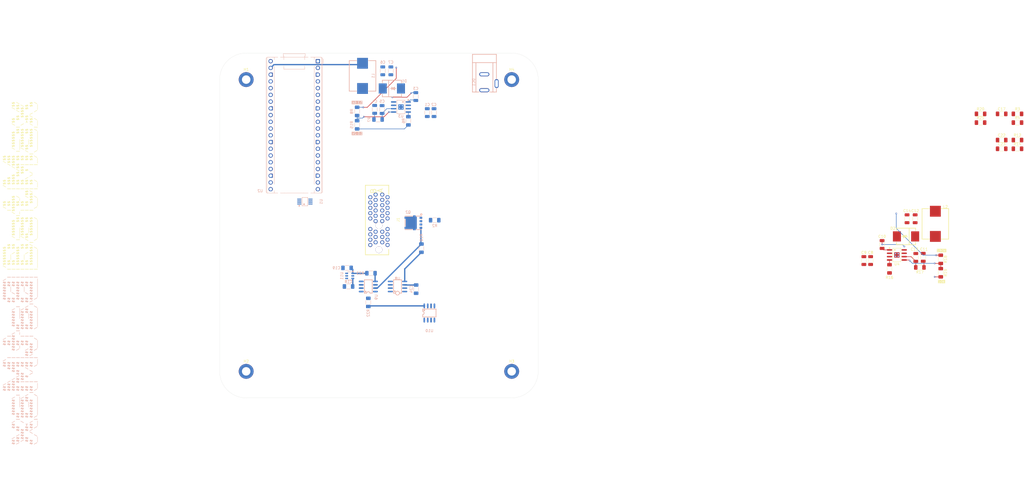
<source format=kicad_pcb>
(kicad_pcb (version 20241229) (generator "pcbnew") (generator_version "9.0")
  (layers (0 "F.Cu" signal) (2 "B.Cu" signal) (13 "F.Paste" user) (15 "B.Paste" user) (5 "F.SilkS" user "F.Silkscreen") (7 "B.SilkS" user "B.Silkscreen") (1 "F.Mask" user) (3 "B.Mask" user) (25 "Edge.Cuts" user))
  (net 0 "")
  (net 1 "+24V")
  (net 2 "GND")
  (net 3 "Net-(U3-BOOT)")
  (net 4 "Net-(D1-K)")
  (net 5 "Net-(C4-Pad1)")
  (net 6 "Net-(U3-COMP)")
  (net 7 "+5V")
  (net 8 "Net-(U4-BOOT)")
  (net 9 "Net-(D2-K)")
  (net 10 "Net-(C11-Pad1)")
  (net 11 "+12V")
  (net 12 "Net-(U4-COMP)")
  (net 13 "+3V3")
  (net 14 "/SCL")
  (net 15 "/BatteryCC/B-")
  (net 18 "/SDA")
  (net 20 "/BatteryCC/Battery/EEPROM_WC")
  (net 21 "/BatteryCC/TMP")
  (net 24 "/DischargeLV")
  (net 25 "/En3v")
  (net 26 "/BatteryCC/Charge")
  (net 27 "Net-(U3-RT{slash}CLK)")
  (net 28 "Net-(U4-RT{slash}CLK)")
  (net 29 "Net-(U1-AIN0)")
  (net 31 "/BatteryCC/RSns Charge")
  (net 48 "Net-(U9B--)")
  (net 61 "Net-(U8-OUTB)")
  (net 63 "Net-(U11-VOUT)")
  (net 66 "Net-(U10A--)")
  (net 70 "/BatteryCC/ChargeLV")
  (net 71 "/Power Delivery/FB5")
  (net 72 "/Power Delivery/FB12")
  (net 77 "Net-(U10A-+)")
  (net 78 "Net-(U9B-+)")
  (net 79 "/BatteryCC/ALERT{slash}RDY")
  (footprint "Resistor_SMD:R_1206_3216Metric_Pad1.30x1.75mm_HandSolder" (layer "F.Cu") (at 336.604 102.762 -90)
    (property "Reference" "R18")
    (property "Value" "140k")
  )
  (footprint "Capacitor_SMD:C_1206_3216Metric" (layer "F.Cu") (at 307.648 103.221 -90)
    (property "Reference" "C9")
    (property "Value" "2.2u")
  )
  (footprint "Capacitor_SMD:C_1206_3216Metric" (layer "F.Cu") (at 314.506 97.174 90)
    (property "Reference" "C10")
    (property "Value" "0.1u")
  )
  (footprint "MountingHole:MountingHole_3.2mm_M3_DIN965_Pad_TopBottom" (layer "F.Cu") (at 75 35)
    (property "Reference" "H1")
    (property "Value" "MountingHole_Pad")
  )
  (footprint "COMPONENTS:IND-SMD_L11.5-W10.0_FXL1040" (layer "F.Cu") (at 334.572 89.376 90)
    (property "Reference" "L2")
    (property "Value" "FXL1040-8R2-M")
  )
  (footprint "Resistor_SMD:R_1206_3216Metric_Pad1.30x1.75mm_HandSolder" (layer "F.Cu") (at 351.59 47.925)
    (property "Reference" "R20")
    (property "Value" "1k")
  )
  (footprint "Resistor_SMD:R_1206_3216Metric_Pad1.30x1.75mm_HandSolder" (layer "F.Cu") (at 336.604 107.816 -90)
    (property "Reference" "R19")
    (property "Value" "10k")
  )
  (footprint "MountingHole:MountingHole_3.2mm_M3_DIN965_Pad_TopBottom" (layer "F.Cu") (at 75 145)
    (property "Reference" "H2")
    (property "Value" "MountingHole_Pad")
  )
  (footprint "Resistor_SMD:R_1206_3216Metric_Pad1.30x1.75mm_HandSolder" (layer "F.Cu") (at 359.54 61.085)
    (property "Reference" "C23")
    (property "Value" "100n")
  )
  (footprint "COMPONENTS:CONN-TH_36P-P1.00-V_3183-XXXXXPXT" (layer "F.Cu") (at 125 87.85 -90)
    (property "Reference" "J1")
    (property "Value" "Bus_PCI_Express_x1")
  )
  (footprint "Capacitor_SMD:C_1206_3216Metric" (layer "F.Cu") (at 326.952 87.473 -90)
    (property "Reference" "C12")
    (property "Value" "47u")
  )
  (footprint "COMPONENTS:SMC_L7.1-W6.2-LS8.1-RD" (layer "F.Cu") (at 323.524 94.126 180)
    (property "Reference" "D2")
    (property "Value" "B560C-13-F")
  )
  (footprint "Capacitor_SMD:C_1206_3216Metric" (layer "F.Cu") (at 327.206 102.049 90)
    (property "Reference" "C13")
    (property "Value" "39p")
  )
  (footprint "Resistor_SMD:R_1206_3216Metric_Pad1.30x1.75mm_HandSolder" (layer "F.Cu") (at 365.49 51.215)
    (property "Reference" "R4")
    (property "Value" "10k")
  )
  (footprint "Resistor_SMD:R_1206_3216Metric_Pad1.30x1.75mm_HandSolder" (layer "F.Cu") (at 365.49 57.795)
    (property "Reference" "R12")
    (property "Value" "100k")
  )
  (footprint "Resistor_SMD:R_1206_3216Metric_Pad1.30x1.75mm_HandSolder" (layer "F.Cu") (at 359.54 57.795)
    (property "Reference" "C22")
    (property "Value" "100n")
  )
  (footprint "Resistor_SMD:R_1206_3216Metric_Pad1.30x1.75mm_HandSolder" (layer "F.Cu") (at 365.49 47.925)
    (property "Reference" "R3")
    (property "Value" "100k")
  )
  (footprint "MountingHole:MountingHole_3.2mm_M3_DIN965_Pad_TopBottom" (layer "F.Cu") (at 175 35)
    (property "Reference" "H4")
    (property "Value" "MountingHole_Pad")
  )
  (footprint "Resistor_SMD:R_1206_3216Metric_Pad1.30x1.75mm_HandSolder" (layer "F.Cu") (at 351.59 51.215)
    (property "Reference" "R21")
    (property "Value" "1k")
  )
  (footprint "MountingHole:MountingHole_3.2mm_M3_DIN965_Pad_TopBottom" (layer "F.Cu") (at 175 145)
    (property "Reference" "H3")
    (property "Value" "MountingHole_Pad")
  )
  (footprint "Capacitor_SMD:C_1206_3216Metric" (layer "F.Cu") (at 330 102 90)
    (property "Reference" "C11")
    (property "Value" "6800p")
  )
  (footprint "Resistor_SMD:R_1206_3216Metric_Pad1.30x1.75mm_HandSolder" (layer "F.Cu") (at 359.54 47.925)
    (property "Reference" "C17")
    (property "Value" "100n")
  )
  (footprint "Resistor_SMD:R_1206_3216Metric_Pad1.30x1.75mm_HandSolder" (layer "F.Cu") (at 328.73 105.81)
    (property "Reference" "R17")
    (property "Value" "13k")
  )
  (footprint "Resistor_SMD:R_1206_3216Metric_Pad1.30x1.75mm_HandSolder" (layer "F.Cu") (at 317.3 106.344 -90)
    (property "Reference" "R16")
    (property "Value" "162k")
  )
  (footprint "Capacitor_SMD:C_1206_3216Metric" (layer "F.Cu") (at 310.188 103.221 -90)
    (property "Reference" "C8")
    (property "Value" "2.2u")
  )
  (footprint "Capacitor_SMD:C_1206_3216Metric" (layer "F.Cu") (at 323.904 87.473 -90)
    (property "Reference" "C14")
    (property "Value" "47u")
  )
  (footprint "Resistor_SMD:R_1206_3216Metric_Pad1.30x1.75mm_HandSolder" (layer "F.Cu") (at 365.49 61.085)
    (property "Reference" "R14")
    (property "Value" "1k")
  )
  (footprint "COMPONENTS:SOIC-8_L5.0-W4.0-P1.27-LS6.0-BL-EP2.0" (layer "F.Cu") (at 320.07 101.116 -90)
    (property "Reference" "U4")
    (property "Value" "TPS54360BDDAR")
  )
  (footprint "COMPONENTS:SOIC-8_L5.0-W4.0-P1.27-LS6.0-BL" (layer "B.Cu") (at 132 113 90)
    (property "Reference" "U8")
    (property "Value" "UCC27324DR")
  )
  (footprint "Capacitor_SMD:C_1206_3216Metric" (layer "B.Cu") (at 126.19 46.272 90)
    (property "Reference" "C5")
    (property "Value" "39p")
  )
  (footprint "COMPONENTS:SOT-23-6_L2.9-W1.6-P0.95-LS2.8-BL" (layer "B.Cu") (at 114 109 -90)
    (property "Reference" "U11")
    (property "Value" "MCP4725A0T-E/CH")
  )
  (footprint "COMPONENTS:DC-IN-TH_DC-005-20A" (layer "B.Cu") (at 167 36 -90)
    (property "Reference" "DC1")
    (property "Value" "DC-005-20A_C136744")
  )
  (footprint "Capacitor_SMD:C_1206_3216Metric" (layer "B.Cu") (at 143.208 47.444 -90)
    (property "Reference" "C1")
    (property "Value" "2.2u")
  )
  (footprint "Resistor_SMD:R_1206_3216Metric_Pad1.30x1.75mm_HandSolder" (layer "B.Cu") (at 122 108 180)
    (property "Reference" "R23")
    (property "Value" "1k")
  )
  (footprint "Capacitor_SMD:C_1206_3216Metric" (layer "B.Cu") (at 123.396 46.223 90)
    (property "Reference" "C4")
    (property "Value" "6800p")
  )
  (footprint "Resistor_SMD:R_1206_3216Metric_Pad1.30x1.75mm_HandSolder" (layer "B.Cu") (at 141 98.55 90)
    (property "Reference" "R10")
    (property "Value" "10k")
  )
  (footprint "COMPONENTS:DFN-5_L4.9-W5.9-P1.27-LS6.2-BL" (layer "B.Cu") (at 139 89 -90)
    (property "Reference" "Q2")
    (property "Value" "TPHR8504PL,LQ(M1W")
  )
  (footprint "Capacitor_SMD:C_1206_3216Metric" (layer "B.Cu") (at 129.492 31.696 -90)
    (property "Reference" "C7")
    (property "Value" "47u")
  )
  (footprint "Resistor_SMD:R_1206_3216Metric_Pad1.30x1.75mm_HandSolder" (layer "B.Cu") (at 113.55 113 180)
    (property "Reference" "C18")
    (property "Value" "100n")
  )
  (footprint "Resistor_SMD:R_1206_3216Metric_Pad1.30x1.75mm_HandSolder" (layer "B.Cu") (at 121 119 -90)
    (property "Reference" "R22")
    (property "Value" "1k")
  )
  (footprint "COMPONENTS:SOP-8_L4.9-W3.9-P1.27-LS6.0-BL" (layer "B.Cu") (at 121 113 90)
    (property "Reference" "U9")
    (property "Value" "LM393")
  )
  (footprint "Resistor_SMD:R_1206_3216Metric_Pad1.30x1.75mm_HandSolder" (layer "B.Cu") (at 146 88)
    (property "Reference" "R2")
    (property "Value" "0.003")
  )
  (footprint "COMPONENTS:SOIC-8_L5.0-W4.0-P1.27-LS6.0-BL-EP2.0" (layer "B.Cu") (at 133.294 45.329 -90)
    (property "Reference" "U3")
    (property "Value" "TPS54360BDDAR")
  )
  (footprint "Resistor_SMD:R_1206_3216Metric_Pad1.30x1.75mm_HandSolder" (layer "B.Cu") (at 116.792 52.039 -90)
    (property "Reference" "R15")
    (property "Value" "10.2k")
  )
  (footprint "Resistor_SMD:R_1206_3216Metric_Pad1.30x1.75mm_HandSolder" (layer "B.Cu") (at 136.096 50.541 -90)
    (property "Reference" "R6")
    (property "Value" "162k")
  )
  (footprint "Resistor_SMD:R_1206_3216Metric_Pad1.30x1.75mm_HandSolder" (layer "B.Cu") (at 116.792 46.985 -90)
    (property "Reference" "R8")
    (property "Value" "53.6k")
  )
  (footprint "Module:RaspberryPi_Pico_Common_THT" (layer "B.Cu") (at 102 28.06 180)
    (property "Reference" "U2")
    (property "Value" "PICO")
  )
  (footprint "COMPONENTS:SOP-8_L4.9-W3.9-P1.27-LS6.0-BL" (layer "B.Cu") (at 144 123)
    (property "Reference" "U10")
    (property "Value" "LM358")
  )
  (footprint "Resistor_SMD:R_1206_3216Metric_Pad1.30x1.75mm_HandSolder" (layer "B.Cu") (at 124.666 50.033 180)
    (property "Reference" "R7")
    (property "Value" "13k")
  )
  (footprint "COMPONENTS:IND-SMD_L11.5-W10.0_FXL1040" (layer "B.Cu") (at 118.824 33.599 90)
    (property "Reference" "L1")
    (property "Value" "FXL1040-8R2-M")
  )
  (footprint "Capacitor_SMD:C_1206_3216Metric" (layer "B.Cu") (at 138.89 41.397 90)
    (property "Reference" "C3")
    (property "Value" "0.1u")
  )
  (footprint "Capacitor_SMD:C_1206_3216Metric" (layer "B.Cu") (at 126.444 31.696 -90)
    (property "Reference" "C6")
    (property "Value" "47u")
  )
  (footprint "COMPONENTS:MSOP-10_L3.0-W3.0-P0.50-LS5.0-BL" (layer "B.Cu") (at 97.11 81 90)
    (property "Reference" "U1")
    (property "Value" "ADS1115IDGSR")
  )
  (footprint "Resistor_SMD:R_1206_3216Metric_Pad1.30x1.75mm_HandSolder" (layer "B.Cu") (at 139 114 -90)
    (property "Reference" "C24")
    (property "Value" "100n")
  )
  (footprint "Capacitor_SMD:C_1206_3216Metric" (layer "B.Cu") (at 145.748 47.444 -90)
    (property "Reference" "C2")
    (property "Value" "2.2u")
  )
  (footprint "COMPONENTS:SMC_L7.1-W6.2-LS8.1-RD" (layer "B.Cu") (at 129.872 38.349)
    (property "Reference" "D1")
    (property "Value" "B560C-13-F")
  )
  (footprint "Resistor_SMD:R_1206_3216Metric_Pad1.30x1.75mm_HandSolder" (layer "B.Cu") (at 113 106)
    (property "Reference" "C19")
    (property "Value" "100n")
  )
  (gr_line (start 185 145) (end 185 35) (stroke (width 0.05)) (layer "Edge.Cuts"))
  (gr_arc (start 75 155) (mid 67.928932 152.071068) (end 65 145) (stroke (width 0.05)) (layer "Edge.Cuts"))
  (gr_line (start 65 35) (end 65 145) (stroke (width 0.05)) (layer "Edge.Cuts"))
  (gr_arc (start 65 35) (mid 67.928932 27.928932) (end 75 25) (stroke (width 0.05)) (layer "Edge.Cuts"))
  (gr_arc (start 185 145) (mid 182.071068 152.071068) (end 175 155) (stroke (width 0.05)) (layer "Edge.Cuts"))
  (gr_line (start 75 155) (end 175 155) (stroke (width 0.05)) (layer "Edge.Cuts"))
  (gr_arc (start 175 25) (mid 182.071068 27.928932) (end 185 35) (stroke (width 0.05)) (layer "Edge.Cuts"))
  (gr_line (start 175 25) (end 75 25) (stroke (width 0.05)) (layer "Edge.Cuts"))
  (gr_text "\n /$$$$$$$              /$$     /$$      /$$                    \n| $$__  $$            | $$    | $$$    /$$$                    \n| $$  \\ $$  /$$$$$$  /$$$$$$  | $$$$  /$$$$  /$$$$$$  /$$   /$$\n| $$$$$$$  |____  $$|_  $$_/  | $$ $$/$$ $$ |____  $$|  $$ /$$/\n| $$__  $$  /$$$$$$$  | $$    | $$  $$$| $$  /$$$$$$$ \\  $$$$/ \n| $$  \\ $$ /$$__  $$  | $$ /$$| $$\\  $ | $$ /$$__  $$  >$$  $$ \n| $$$$$$$/|  $$$$$$$  |  $$$$/| $$ \\/  | $$|  $$$$$$$ /$$/\\  $$\n|_______/  \\_______/   \\___/  |__/     |__/ \\_______/|__/  \\__/\n" (at -11 107 90) (layer "F.SilkS") (effects (font (size 1 1.2) (thickness 0.2) (bold yes)) (justify left)))
  (gr_text "10k" (at 336.843 111.24025 0) (layer "F.SilkS" knockout) (effects (font (size 1 1) (thickness 0.1))))
  (gr_text "140k" (at 336.843 99.55625 0) (layer "F.SilkS" knockout) (effects (font (size 1 1) (thickness 0.1))))
  (gr_text "\n /$$$$$$$              /$$     /$$      /$$                    \n| $$__  $$            | $$    | $$$    /$$$                    \n| $$  \\ $$  /$$$$$$  /$$$$$$  | $$$$  /$$$$  /$$$$$$  /$$   /$$\n| $$$$$$$  |____  $$|_  $$_/  | $$ $$/$$ $$ |____  $$|  $$ /$$/\n| $$__  $$  /$$$$$$$  | $$    | $$  $$$| $$  /$$$$$$$ \\  $$$$/ \n| $$  \\ $$ /$$__  $$  | $$ /$$| $$\\  $ | $$ /$$__  $$  >$$  $$ \n| $$$$$$$/|  $$$$$$$  |  $$$$/| $$ \\/  | $$|  $$$$$$$ /$$/\\  $$\n|_______/  \\_______/   \\___/  |__/     |__/ \\_______/|__/  \\__/\n" (at -11 109 90) (layer "B.SilkS") (effects (font (size 1 1.2) (thickness 0.2) (bold yes)) (justify left mirror)))
  (gr_text "53.6k" (at 116.807 43.742 0) (layer "B.SilkS" knockout) (effects (font (size 1 1) (thickness 0.1)) (justify mirror)))
  (gr_text "10.2k" (at 116.807 55.426 0) (layer "B.SilkS" knockout) (effects (font (size 1 1) (thickness 0.1)) (justify mirror)))
  (segment (start 336.604 109.366) (end 334.32 109.366) (width 0.2) (layer "F.Cu") (net 2))
  (via (at 334.32 109.366) (size 0.6) (drill 0.3) (layers "F.Cu" "B.Cu") (net 2))
  (segment (start 116.792 53.589) (end 134.598 53.589) (width 0.2) (layer "B.Cu") (net 2))
  (segment (start 134.598 53.589) (end 136.096 52.091) (width 0.2) (layer "B.Cu") (net 2))
  (segment (start 138.685 42.667) (end 138.89 42.872) (width 0.2) (layer "B.Cu") (net 3))
  (segment (start 136.816 42.667) (end 138.685 42.667) (width 0.2) (layer "B.Cu") (net 3))
  (segment (start 136.064 43.419) (end 136.816 42.667) (width 0.2) (layer "B.Cu") (net 3))
  (segment (start 137.112 40.127) (end 135.588 41.651) (width 0.2) (layer "F.Cu") (net 4))
  (segment (start 135.588 41.651) (end 130 41.651) (width 0.2) (layer "F.Cu") (net 4))
  (via (at 130 41.651) (size 0.6) (drill 0.3) (layers "F.Cu" "B.Cu") (net 4))
  (via (at 137.112 40.127) (size 0.6) (drill 0.3) (layers "F.Cu" "B.Cu") (net 4))
  (segment (start 137.317 39.922) (end 137.112 40.127) (width 0.2) (layer "B.Cu") (net 4))
  (segment (start 138.89 39.922) (end 137.317 39.922) (width 0.2) (layer "B.Cu") (net 4))
  (segment (start 123.396 47.698) (end 123.396 49.753) (width 0.2) (layer "B.Cu") (net 5))
  (segment (start 123.396 49.753) (end 123.116 50.033) (width 0.2) (layer "B.Cu") (net 5))
  (segment (start 126.216 48.027) (end 126.216 50.033) (width 0.2) (layer "B.Cu") (net 6))
  (segment (start 126.19 47.747) (end 127.978 45.959) (width 0.2) (layer "B.Cu") (net 6))
  (segment (start 127.978 45.959) (end 130.524 45.959) (width 0.2) (layer "B.Cu") (net 6))
  (segment (start 126.19 48.001) (end 126.216 48.027) (width 0.2) (layer "B.Cu") (net 6))
  (segment (start 126.19 47.747) (end 126.19 48.001) (width 0.2) (layer "B.Cu") (net 6))
  (segment (start 131.524 30.475) (end 131.524 34.539) (width 0.2) (layer "F.Cu") (net 7))
  (segment (start 131.524 34.539) (end 120.602 45.461) (width 0.2) (layer "F.Cu") (net 7))
  (segment (start 120.602 45.461) (end 119.078 45.461) (width 0.2) (layer "F.Cu") (net 7))
  (via (at 131.524 30.475) (size 0.6) (drill 0.3) (layers "F.Cu" "B.Cu") (net 7))
  (via (at 119.078 45.461) (size 0.6) (drill 0.3) (layers "F.Cu" "B.Cu") (net 7))
  (segment (start 118.824 28.849) (end 118.324 29.349) (width 0.5) (layer "B.Cu") (net 7))
  (segment (start 119.052 45.435) (end 119.078 45.461) (width 0.2) (layer "B.Cu") (net 7))
  (segment (start 118.324 29.349) (end 85.471 29.349) (width 0.5) (layer "B.Cu") (net 7))
  (segment (start 116.792 45.435) (end 119.052 45.435) (width 0.2) (layer "B.Cu") (net 7))
  (segment (start 85.471 29.349) (end 84.22 30.6) (width 0.5) (layer "B.Cu") (net 7))
  (segment (start 315.063 99.206) (end 314.506 98.649) (width 0.2) (layer "F.Cu") (net 8))
  (segment (start 317.3 99.206) (end 315.063 99.206) (width 0.2) (layer "F.Cu") (net 8))
  (segment (start 314.506 95.699) (end 314.506 97.172) (width 0.2) (layer "F.Cu") (net 9))
  (via (at 322.89 97.936) (size 0.6) (drill 0.3) (layers "F.Cu" "B.Cu") (net 9))
  (via (at 314.506 97.172) (size 0.6) (drill 0.3) (layers "F.Cu" "B.Cu") (net 9))
  (segment (start 322.126 97.172) (end 322.89 97.936) (width 0.2) (layer "B.Cu") (net 9))
  (segment (start 314.506 97.172) (end 322.126 97.172) (width 0.2) (layer "B.Cu") (net 9))
  (segment (start 330.28 105.81) (end 330.28 103.755) (width 0.2) (layer "F.Cu") (net 10))
  (segment (start 330.28 103.755) (end 330 103.475) (width 0.2) (layer "F.Cu") (net 10))
  (segment (start 336.604 101.212) (end 334.854 101.212) (width 0.2) (layer "F.Cu") (net 11))
  (via (at 334.854 101.212) (size 0.6) (drill 0.3) (layers "F.Cu" "B.Cu") (net 11))
  (via (at 319.842 85.49) (size 0.6) (drill 0.3) (layers "F.Cu" "B.Cu") (net 11))
  (via (at 319.842 85.49) (size 0.6) (drill 0.3) (layers "F.Cu" "B.Cu") (net 11))
  (segment (start 329.976 101.212) (end 334.854 101.212) (width 0.2) (layer "B.Cu") (net 11))
  (segment (start 139 112.45) (end 134.79 112.45) (width 0.5) (layer "B.Cu") (net 11))
  (segment (start 319.842 91.078) (end 329.976 101.212) (width 0.2) (layer "B.Cu") (net 11))
  (segment (start 134.79 112.45) (end 134.71 112.37) (width 0.5) (layer "B.Cu") (net 11))
  (segment (start 319.842 85.49) (end 319.842 91.078) (width 0.2) (layer "B.Cu") (net 11))
  (segment (start 325.428 101.746) (end 327.206 103.524) (width 0.2) (layer "F.Cu") (net 12))
  (segment (start 327.206 105.784) (end 327.18 105.81) (width 0.2) (layer "F.Cu") (net 12))
  (segment (start 322.84 101.746) (end 325.428 101.746) (width 0.2) (layer "F.Cu") (net 12))
  (segment (start 327.206 103.524) (end 327.206 105.784) (width 0.2) (layer "F.Cu") (net 12))
  (segment (start 115.15 109.95) (end 115.15 112.95) (width 0.5) (layer "B.Cu") (net 13))
  (segment (start 115.15 112.95) (end 115.1 113) (width 0.5) (layer "B.Cu") (net 13))
  (segment (start 123.68 113.63) (end 124.37 113.63) (width 0.5) (layer "B.Cu") (net 26))
  (segment (start 124.37 113.63) (end 141 97) (width 0.5) (layer "B.Cu") (net 26))
  (segment (start 140.81 96.81) (end 141 97) (width 0.5) (layer "B.Cu") (net 26))
  (segment (start 140.81 90.9) (end 140.81 96.81) (width 0.5) (layer "B.Cu") (net 26))
  (segment (start 136.064 47.229) (end 136.064 48.959) (width 0.2) (layer "B.Cu") (net 27))
  (segment (start 136.064 48.959) (end 136.096 48.991) (width 0.2) (layer "B.Cu") (net 27))
  (segment (start 317.3 103.016) (end 317.3 104.794) (width 0.2) (layer "F.Cu") (net 28))
  (segment (start 121.23 120.32) (end 121 120.55) (width 0.5) (layer "B.Cu") (net 31))
  (segment (start 142.09 120.32) (end 121.23 120.32) (width 0.5) (layer "B.Cu") (net 31))
  (segment (start 134.71 106.39) (end 141 100.1) (width 0.5) (layer "B.Cu") (net 61))
  (segment (start 134.71 111.1) (end 134.71 106.39) (width 0.5) (layer "B.Cu") (net 61))
  (segment (start 115.15 106.6) (end 114.55 106) (width 0.5) (layer "B.Cu") (net 63))
  (segment (start 115.15 108.05) (end 115.15 106.6) (width 0.5) (layer "B.Cu") (net 63))
  (segment (start 120.4 108.05) (end 115.15 108.05) (width 0.5) (layer "B.Cu") (net 63))
  (segment (start 120.45 108) (end 120.4 108.05) (width 0.5) (layer "B.Cu") (net 63))
  (segment (start 126.952 49.017) (end 128.73 47.239) (width 0.2) (layer "F.Cu") (net 71))
  (segment (start 119.332 49.017) (end 126.952 49.017) (width 0.2) (layer "F.Cu") (net 71))
  (via (at 119.332 49.017) (size 0.6) (drill 0.3) (layers "F.Cu" "B.Cu") (net 71))
  (via (at 128.73 47.239) (size 0.6) (drill 0.3) (layers "F.Cu" "B.Cu") (net 71))
  (segment (start 130.524 47.229) (end 128.74 47.229) (width 0.2) (layer "B.Cu") (net 71))
  (segment (start 116.792 48.535) (end 116.792 49.525) (width 0.2) (layer "B.Cu") (net 71))
  (segment (start 116.792 49.525) (end 116.792 50.489) (width 0.2) (layer "B.Cu") (net 71))
  (segment (start 118.316 49.525) (end 118.824 49.525) (width 0.2) (layer "B.Cu") (net 71))
  (segment (start 116.792 49.525) (end 118.316 49.525) (width 0.2) (layer "B.Cu") (net 71))
  (segment (start 118.824 49.525) (end 119.332 49.017) (width 0.2) (layer "B.Cu") (net 71))
  (segment (start 128.74 47.229) (end 128.73 47.239) (width 0.2) (layer "B.Cu") (net 71))
  (segment (start 334.346 104.312) (end 334.32 104.286) (width 0.2) (layer "F.Cu") (net 72))
  (segment (start 336.604 104.312) (end 334.346 104.312) (width 0.2) (layer "F.Cu") (net 72))
  (segment (start 322.84 103.016) (end 324.668 103.016) (width 0.2) (layer "F.Cu") (net 72))
  (segment (start 336.604 104.312) (end 336.604 106.266) (width 0.2) (layer "F.Cu") (net 72))
  (segment (start 324.668 103.016) (end 324.922 103.27) (width 0.2) (layer "F.Cu") (net 72))
  (via (at 324.922 103.27) (size 0.6) (drill 0.3) (layers "F.Cu" "B.Cu") (net 72))
  (via (at 334.32 104.286) (size 0.6) (drill 0.3) (layers "F.Cu" "B.Cu") (net 72))
  (segment (start 325.938 104.286) (end 324.922 103.27) (width 0.2) (layer "B.Cu") (net 72))
  (segment (start 334.32 104.286) (end 325.938 104.286) (width 0.2) (layer "B.Cu") (net 72))
  (segment (start 123.55 110.97) (end 123.68 111.1) (width 0.5) (layer "B.Cu") (net 78))
  (segment (start 123.55 108) (end 123.55 110.97) (width 0.5) (layer "B.Cu") (net 78))
)
</source>
